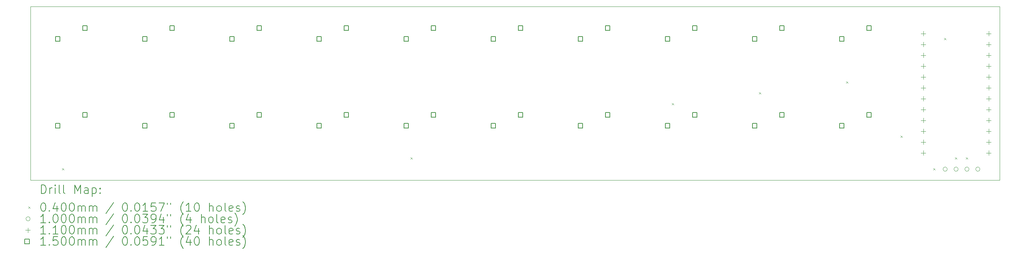
<source format=gbr>
%FSLAX45Y45*%
G04 Gerber Fmt 4.5, Leading zero omitted, Abs format (unit mm)*
G04 Created by KiCad (PCBNEW (6.0.5)) date 2022-05-21 19:41:09*
%MOMM*%
%LPD*%
G01*
G04 APERTURE LIST*
%TA.AperFunction,Profile*%
%ADD10C,0.100000*%
%TD*%
%ADD11C,0.200000*%
%ADD12C,0.040000*%
%ADD13C,0.100000*%
%ADD14C,0.110000*%
%ADD15C,0.150000*%
G04 APERTURE END LIST*
D10*
X2540000Y-3048000D02*
X25146000Y-3048000D01*
X2540000Y-7112000D02*
X2540000Y-3048000D01*
X25146000Y-7112000D02*
X2540000Y-7112000D01*
X25146000Y-3048000D02*
X25146000Y-7112000D01*
D11*
D12*
X3282000Y-6838000D02*
X3322000Y-6878000D01*
X3322000Y-6838000D02*
X3282000Y-6878000D01*
X11410000Y-6584000D02*
X11450000Y-6624000D01*
X11450000Y-6584000D02*
X11410000Y-6624000D01*
X17506000Y-5314000D02*
X17546000Y-5354000D01*
X17546000Y-5314000D02*
X17506000Y-5354000D01*
X19538000Y-5060000D02*
X19578000Y-5100000D01*
X19578000Y-5060000D02*
X19538000Y-5100000D01*
X21570000Y-4806000D02*
X21610000Y-4846000D01*
X21610000Y-4806000D02*
X21570000Y-4846000D01*
X22840000Y-6076000D02*
X22880000Y-6116000D01*
X22880000Y-6076000D02*
X22840000Y-6116000D01*
X23602000Y-6838000D02*
X23642000Y-6878000D01*
X23642000Y-6838000D02*
X23602000Y-6878000D01*
X23856000Y-3790000D02*
X23896000Y-3830000D01*
X23896000Y-3790000D02*
X23856000Y-3830000D01*
X24110000Y-6584000D02*
X24150000Y-6624000D01*
X24150000Y-6584000D02*
X24110000Y-6624000D01*
X24364000Y-6584000D02*
X24404000Y-6624000D01*
X24404000Y-6584000D02*
X24364000Y-6624000D01*
D13*
X23926000Y-6858000D02*
G75*
G03*
X23926000Y-6858000I-50000J0D01*
G01*
X24180000Y-6858000D02*
G75*
G03*
X24180000Y-6858000I-50000J0D01*
G01*
X24434000Y-6858000D02*
G75*
G03*
X24434000Y-6858000I-50000J0D01*
G01*
X24688000Y-6858000D02*
G75*
G03*
X24688000Y-6858000I-50000J0D01*
G01*
D14*
X23368000Y-3628000D02*
X23368000Y-3738000D01*
X23313000Y-3683000D02*
X23423000Y-3683000D01*
X23368000Y-3882000D02*
X23368000Y-3992000D01*
X23313000Y-3937000D02*
X23423000Y-3937000D01*
X23368000Y-4136000D02*
X23368000Y-4246000D01*
X23313000Y-4191000D02*
X23423000Y-4191000D01*
X23368000Y-4390000D02*
X23368000Y-4500000D01*
X23313000Y-4445000D02*
X23423000Y-4445000D01*
X23368000Y-4644000D02*
X23368000Y-4754000D01*
X23313000Y-4699000D02*
X23423000Y-4699000D01*
X23368000Y-4898000D02*
X23368000Y-5008000D01*
X23313000Y-4953000D02*
X23423000Y-4953000D01*
X23368000Y-5152000D02*
X23368000Y-5262000D01*
X23313000Y-5207000D02*
X23423000Y-5207000D01*
X23368000Y-5406000D02*
X23368000Y-5516000D01*
X23313000Y-5461000D02*
X23423000Y-5461000D01*
X23368000Y-5660000D02*
X23368000Y-5770000D01*
X23313000Y-5715000D02*
X23423000Y-5715000D01*
X23368000Y-5914000D02*
X23368000Y-6024000D01*
X23313000Y-5969000D02*
X23423000Y-5969000D01*
X23368000Y-6168000D02*
X23368000Y-6278000D01*
X23313000Y-6223000D02*
X23423000Y-6223000D01*
X23368000Y-6422000D02*
X23368000Y-6532000D01*
X23313000Y-6477000D02*
X23423000Y-6477000D01*
X24892000Y-3628000D02*
X24892000Y-3738000D01*
X24837000Y-3683000D02*
X24947000Y-3683000D01*
X24892000Y-3882000D02*
X24892000Y-3992000D01*
X24837000Y-3937000D02*
X24947000Y-3937000D01*
X24892000Y-4136000D02*
X24892000Y-4246000D01*
X24837000Y-4191000D02*
X24947000Y-4191000D01*
X24892000Y-4390000D02*
X24892000Y-4500000D01*
X24837000Y-4445000D02*
X24947000Y-4445000D01*
X24892000Y-4644000D02*
X24892000Y-4754000D01*
X24837000Y-4699000D02*
X24947000Y-4699000D01*
X24892000Y-4898000D02*
X24892000Y-5008000D01*
X24837000Y-4953000D02*
X24947000Y-4953000D01*
X24892000Y-5152000D02*
X24892000Y-5262000D01*
X24837000Y-5207000D02*
X24947000Y-5207000D01*
X24892000Y-5406000D02*
X24892000Y-5516000D01*
X24837000Y-5461000D02*
X24947000Y-5461000D01*
X24892000Y-5660000D02*
X24892000Y-5770000D01*
X24837000Y-5715000D02*
X24947000Y-5715000D01*
X24892000Y-5914000D02*
X24892000Y-6024000D01*
X24837000Y-5969000D02*
X24947000Y-5969000D01*
X24892000Y-6168000D02*
X24892000Y-6278000D01*
X24837000Y-6223000D02*
X24947000Y-6223000D01*
X24892000Y-6422000D02*
X24892000Y-6532000D01*
X24837000Y-6477000D02*
X24947000Y-6477000D01*
D15*
X3228033Y-3863033D02*
X3228033Y-3756966D01*
X3121966Y-3756966D01*
X3121966Y-3863033D01*
X3228033Y-3863033D01*
X3228033Y-5895033D02*
X3228033Y-5788966D01*
X3121966Y-5788966D01*
X3121966Y-5895033D01*
X3228033Y-5895033D01*
X3863033Y-3609033D02*
X3863033Y-3502966D01*
X3756966Y-3502966D01*
X3756966Y-3609033D01*
X3863033Y-3609033D01*
X3863033Y-5641033D02*
X3863033Y-5534967D01*
X3756966Y-5534967D01*
X3756966Y-5641033D01*
X3863033Y-5641033D01*
X5260034Y-3863033D02*
X5260034Y-3756966D01*
X5153967Y-3756966D01*
X5153967Y-3863033D01*
X5260034Y-3863033D01*
X5260034Y-5895033D02*
X5260034Y-5788966D01*
X5153967Y-5788966D01*
X5153967Y-5895033D01*
X5260034Y-5895033D01*
X5895033Y-3609033D02*
X5895033Y-3502966D01*
X5788966Y-3502966D01*
X5788966Y-3609033D01*
X5895033Y-3609033D01*
X5895033Y-5641033D02*
X5895033Y-5534967D01*
X5788966Y-5534967D01*
X5788966Y-5641033D01*
X5895033Y-5641033D01*
X7292033Y-3863033D02*
X7292033Y-3756966D01*
X7185966Y-3756966D01*
X7185966Y-3863033D01*
X7292033Y-3863033D01*
X7292033Y-5895033D02*
X7292033Y-5788966D01*
X7185966Y-5788966D01*
X7185966Y-5895033D01*
X7292033Y-5895033D01*
X7927033Y-3609033D02*
X7927033Y-3502966D01*
X7820966Y-3502966D01*
X7820966Y-3609033D01*
X7927033Y-3609033D01*
X7927033Y-5641033D02*
X7927033Y-5534967D01*
X7820966Y-5534967D01*
X7820966Y-5641033D01*
X7927033Y-5641033D01*
X9324034Y-3863033D02*
X9324034Y-3756966D01*
X9217967Y-3756966D01*
X9217967Y-3863033D01*
X9324034Y-3863033D01*
X9324034Y-5895033D02*
X9324034Y-5788966D01*
X9217967Y-5788966D01*
X9217967Y-5895033D01*
X9324034Y-5895033D01*
X9959034Y-3609033D02*
X9959034Y-3502966D01*
X9852967Y-3502966D01*
X9852967Y-3609033D01*
X9959034Y-3609033D01*
X9959034Y-5641033D02*
X9959034Y-5534967D01*
X9852967Y-5534967D01*
X9852967Y-5641033D01*
X9959034Y-5641033D01*
X11356033Y-3863033D02*
X11356033Y-3756966D01*
X11249966Y-3756966D01*
X11249966Y-3863033D01*
X11356033Y-3863033D01*
X11356033Y-5895033D02*
X11356033Y-5788966D01*
X11249966Y-5788966D01*
X11249966Y-5895033D01*
X11356033Y-5895033D01*
X11991033Y-3609033D02*
X11991033Y-3502966D01*
X11884966Y-3502966D01*
X11884966Y-3609033D01*
X11991033Y-3609033D01*
X11991033Y-5641033D02*
X11991033Y-5534967D01*
X11884966Y-5534967D01*
X11884966Y-5641033D01*
X11991033Y-5641033D01*
X13388033Y-3863033D02*
X13388033Y-3756966D01*
X13281966Y-3756966D01*
X13281966Y-3863033D01*
X13388033Y-3863033D01*
X13388033Y-5895033D02*
X13388033Y-5788966D01*
X13281966Y-5788966D01*
X13281966Y-5895033D01*
X13388033Y-5895033D01*
X14023033Y-3609033D02*
X14023033Y-3502966D01*
X13916966Y-3502966D01*
X13916966Y-3609033D01*
X14023033Y-3609033D01*
X14023033Y-5641033D02*
X14023033Y-5534967D01*
X13916966Y-5534967D01*
X13916966Y-5641033D01*
X14023033Y-5641033D01*
X15420033Y-3863033D02*
X15420033Y-3756966D01*
X15313966Y-3756966D01*
X15313966Y-3863033D01*
X15420033Y-3863033D01*
X15420033Y-5895033D02*
X15420033Y-5788966D01*
X15313966Y-5788966D01*
X15313966Y-5895033D01*
X15420033Y-5895033D01*
X16055033Y-3609033D02*
X16055033Y-3502966D01*
X15948966Y-3502966D01*
X15948966Y-3609033D01*
X16055033Y-3609033D01*
X16055033Y-5641033D02*
X16055033Y-5534967D01*
X15948966Y-5534967D01*
X15948966Y-5641033D01*
X16055033Y-5641033D01*
X17452034Y-3863033D02*
X17452034Y-3756966D01*
X17345967Y-3756966D01*
X17345967Y-3863033D01*
X17452034Y-3863033D01*
X17452034Y-5895033D02*
X17452034Y-5788966D01*
X17345967Y-5788966D01*
X17345967Y-5895033D01*
X17452034Y-5895033D01*
X18087034Y-3609033D02*
X18087034Y-3502966D01*
X17980967Y-3502966D01*
X17980967Y-3609033D01*
X18087034Y-3609033D01*
X18087034Y-5641033D02*
X18087034Y-5534967D01*
X17980967Y-5534967D01*
X17980967Y-5641033D01*
X18087034Y-5641033D01*
X19484034Y-3863033D02*
X19484034Y-3756966D01*
X19377967Y-3756966D01*
X19377967Y-3863033D01*
X19484034Y-3863033D01*
X19484034Y-5895033D02*
X19484034Y-5788966D01*
X19377967Y-5788966D01*
X19377967Y-5895033D01*
X19484034Y-5895033D01*
X20119034Y-3609033D02*
X20119034Y-3502966D01*
X20012967Y-3502966D01*
X20012967Y-3609033D01*
X20119034Y-3609033D01*
X20119034Y-5641033D02*
X20119034Y-5534967D01*
X20012967Y-5534967D01*
X20012967Y-5641033D01*
X20119034Y-5641033D01*
X21516034Y-3863033D02*
X21516034Y-3756966D01*
X21409967Y-3756966D01*
X21409967Y-3863033D01*
X21516034Y-3863033D01*
X21516034Y-5895033D02*
X21516034Y-5788966D01*
X21409967Y-5788966D01*
X21409967Y-5895033D01*
X21516034Y-5895033D01*
X22151034Y-3609033D02*
X22151034Y-3502966D01*
X22044967Y-3502966D01*
X22044967Y-3609033D01*
X22151034Y-3609033D01*
X22151034Y-5641033D02*
X22151034Y-5534967D01*
X22044967Y-5534967D01*
X22044967Y-5641033D01*
X22151034Y-5641033D01*
D11*
X2792619Y-7427476D02*
X2792619Y-7227476D01*
X2840238Y-7227476D01*
X2868809Y-7237000D01*
X2887857Y-7256048D01*
X2897381Y-7275095D01*
X2906905Y-7313190D01*
X2906905Y-7341762D01*
X2897381Y-7379857D01*
X2887857Y-7398905D01*
X2868809Y-7417952D01*
X2840238Y-7427476D01*
X2792619Y-7427476D01*
X2992619Y-7427476D02*
X2992619Y-7294143D01*
X2992619Y-7332238D02*
X3002143Y-7313190D01*
X3011667Y-7303667D01*
X3030714Y-7294143D01*
X3049762Y-7294143D01*
X3116428Y-7427476D02*
X3116428Y-7294143D01*
X3116428Y-7227476D02*
X3106905Y-7237000D01*
X3116428Y-7246524D01*
X3125952Y-7237000D01*
X3116428Y-7227476D01*
X3116428Y-7246524D01*
X3240238Y-7427476D02*
X3221190Y-7417952D01*
X3211667Y-7398905D01*
X3211667Y-7227476D01*
X3345000Y-7427476D02*
X3325952Y-7417952D01*
X3316428Y-7398905D01*
X3316428Y-7227476D01*
X3573571Y-7427476D02*
X3573571Y-7227476D01*
X3640238Y-7370333D01*
X3706905Y-7227476D01*
X3706905Y-7427476D01*
X3887857Y-7427476D02*
X3887857Y-7322714D01*
X3878333Y-7303667D01*
X3859286Y-7294143D01*
X3821190Y-7294143D01*
X3802143Y-7303667D01*
X3887857Y-7417952D02*
X3868809Y-7427476D01*
X3821190Y-7427476D01*
X3802143Y-7417952D01*
X3792619Y-7398905D01*
X3792619Y-7379857D01*
X3802143Y-7360809D01*
X3821190Y-7351286D01*
X3868809Y-7351286D01*
X3887857Y-7341762D01*
X3983095Y-7294143D02*
X3983095Y-7494143D01*
X3983095Y-7303667D02*
X4002143Y-7294143D01*
X4040238Y-7294143D01*
X4059286Y-7303667D01*
X4068809Y-7313190D01*
X4078333Y-7332238D01*
X4078333Y-7389381D01*
X4068809Y-7408428D01*
X4059286Y-7417952D01*
X4040238Y-7427476D01*
X4002143Y-7427476D01*
X3983095Y-7417952D01*
X4164048Y-7408428D02*
X4173571Y-7417952D01*
X4164048Y-7427476D01*
X4154524Y-7417952D01*
X4164048Y-7408428D01*
X4164048Y-7427476D01*
X4164048Y-7303667D02*
X4173571Y-7313190D01*
X4164048Y-7322714D01*
X4154524Y-7313190D01*
X4164048Y-7303667D01*
X4164048Y-7322714D01*
D12*
X2495000Y-7737000D02*
X2535000Y-7777000D01*
X2535000Y-7737000D02*
X2495000Y-7777000D01*
D11*
X2830714Y-7647476D02*
X2849762Y-7647476D01*
X2868809Y-7657000D01*
X2878333Y-7666524D01*
X2887857Y-7685571D01*
X2897381Y-7723667D01*
X2897381Y-7771286D01*
X2887857Y-7809381D01*
X2878333Y-7828428D01*
X2868809Y-7837952D01*
X2849762Y-7847476D01*
X2830714Y-7847476D01*
X2811667Y-7837952D01*
X2802143Y-7828428D01*
X2792619Y-7809381D01*
X2783095Y-7771286D01*
X2783095Y-7723667D01*
X2792619Y-7685571D01*
X2802143Y-7666524D01*
X2811667Y-7657000D01*
X2830714Y-7647476D01*
X2983095Y-7828428D02*
X2992619Y-7837952D01*
X2983095Y-7847476D01*
X2973571Y-7837952D01*
X2983095Y-7828428D01*
X2983095Y-7847476D01*
X3164048Y-7714143D02*
X3164048Y-7847476D01*
X3116428Y-7637952D02*
X3068809Y-7780809D01*
X3192619Y-7780809D01*
X3306905Y-7647476D02*
X3325952Y-7647476D01*
X3345000Y-7657000D01*
X3354524Y-7666524D01*
X3364048Y-7685571D01*
X3373571Y-7723667D01*
X3373571Y-7771286D01*
X3364048Y-7809381D01*
X3354524Y-7828428D01*
X3345000Y-7837952D01*
X3325952Y-7847476D01*
X3306905Y-7847476D01*
X3287857Y-7837952D01*
X3278333Y-7828428D01*
X3268809Y-7809381D01*
X3259286Y-7771286D01*
X3259286Y-7723667D01*
X3268809Y-7685571D01*
X3278333Y-7666524D01*
X3287857Y-7657000D01*
X3306905Y-7647476D01*
X3497381Y-7647476D02*
X3516428Y-7647476D01*
X3535476Y-7657000D01*
X3545000Y-7666524D01*
X3554524Y-7685571D01*
X3564048Y-7723667D01*
X3564048Y-7771286D01*
X3554524Y-7809381D01*
X3545000Y-7828428D01*
X3535476Y-7837952D01*
X3516428Y-7847476D01*
X3497381Y-7847476D01*
X3478333Y-7837952D01*
X3468809Y-7828428D01*
X3459286Y-7809381D01*
X3449762Y-7771286D01*
X3449762Y-7723667D01*
X3459286Y-7685571D01*
X3468809Y-7666524D01*
X3478333Y-7657000D01*
X3497381Y-7647476D01*
X3649762Y-7847476D02*
X3649762Y-7714143D01*
X3649762Y-7733190D02*
X3659286Y-7723667D01*
X3678333Y-7714143D01*
X3706905Y-7714143D01*
X3725952Y-7723667D01*
X3735476Y-7742714D01*
X3735476Y-7847476D01*
X3735476Y-7742714D02*
X3745000Y-7723667D01*
X3764048Y-7714143D01*
X3792619Y-7714143D01*
X3811667Y-7723667D01*
X3821190Y-7742714D01*
X3821190Y-7847476D01*
X3916428Y-7847476D02*
X3916428Y-7714143D01*
X3916428Y-7733190D02*
X3925952Y-7723667D01*
X3945000Y-7714143D01*
X3973571Y-7714143D01*
X3992619Y-7723667D01*
X4002143Y-7742714D01*
X4002143Y-7847476D01*
X4002143Y-7742714D02*
X4011667Y-7723667D01*
X4030714Y-7714143D01*
X4059286Y-7714143D01*
X4078333Y-7723667D01*
X4087857Y-7742714D01*
X4087857Y-7847476D01*
X4478333Y-7637952D02*
X4306905Y-7895095D01*
X4735476Y-7647476D02*
X4754524Y-7647476D01*
X4773571Y-7657000D01*
X4783095Y-7666524D01*
X4792619Y-7685571D01*
X4802143Y-7723667D01*
X4802143Y-7771286D01*
X4792619Y-7809381D01*
X4783095Y-7828428D01*
X4773571Y-7837952D01*
X4754524Y-7847476D01*
X4735476Y-7847476D01*
X4716429Y-7837952D01*
X4706905Y-7828428D01*
X4697381Y-7809381D01*
X4687857Y-7771286D01*
X4687857Y-7723667D01*
X4697381Y-7685571D01*
X4706905Y-7666524D01*
X4716429Y-7657000D01*
X4735476Y-7647476D01*
X4887857Y-7828428D02*
X4897381Y-7837952D01*
X4887857Y-7847476D01*
X4878333Y-7837952D01*
X4887857Y-7828428D01*
X4887857Y-7847476D01*
X5021190Y-7647476D02*
X5040238Y-7647476D01*
X5059286Y-7657000D01*
X5068810Y-7666524D01*
X5078333Y-7685571D01*
X5087857Y-7723667D01*
X5087857Y-7771286D01*
X5078333Y-7809381D01*
X5068810Y-7828428D01*
X5059286Y-7837952D01*
X5040238Y-7847476D01*
X5021190Y-7847476D01*
X5002143Y-7837952D01*
X4992619Y-7828428D01*
X4983095Y-7809381D01*
X4973571Y-7771286D01*
X4973571Y-7723667D01*
X4983095Y-7685571D01*
X4992619Y-7666524D01*
X5002143Y-7657000D01*
X5021190Y-7647476D01*
X5278333Y-7847476D02*
X5164048Y-7847476D01*
X5221190Y-7847476D02*
X5221190Y-7647476D01*
X5202143Y-7676048D01*
X5183095Y-7695095D01*
X5164048Y-7704619D01*
X5459286Y-7647476D02*
X5364048Y-7647476D01*
X5354524Y-7742714D01*
X5364048Y-7733190D01*
X5383095Y-7723667D01*
X5430714Y-7723667D01*
X5449762Y-7733190D01*
X5459286Y-7742714D01*
X5468810Y-7761762D01*
X5468810Y-7809381D01*
X5459286Y-7828428D01*
X5449762Y-7837952D01*
X5430714Y-7847476D01*
X5383095Y-7847476D01*
X5364048Y-7837952D01*
X5354524Y-7828428D01*
X5535476Y-7647476D02*
X5668809Y-7647476D01*
X5583095Y-7847476D01*
X5735476Y-7647476D02*
X5735476Y-7685571D01*
X5811667Y-7647476D02*
X5811667Y-7685571D01*
X6106905Y-7923667D02*
X6097381Y-7914143D01*
X6078333Y-7885571D01*
X6068809Y-7866524D01*
X6059286Y-7837952D01*
X6049762Y-7790333D01*
X6049762Y-7752238D01*
X6059286Y-7704619D01*
X6068809Y-7676048D01*
X6078333Y-7657000D01*
X6097381Y-7628428D01*
X6106905Y-7618905D01*
X6287857Y-7847476D02*
X6173571Y-7847476D01*
X6230714Y-7847476D02*
X6230714Y-7647476D01*
X6211667Y-7676048D01*
X6192619Y-7695095D01*
X6173571Y-7704619D01*
X6411667Y-7647476D02*
X6430714Y-7647476D01*
X6449762Y-7657000D01*
X6459286Y-7666524D01*
X6468809Y-7685571D01*
X6478333Y-7723667D01*
X6478333Y-7771286D01*
X6468809Y-7809381D01*
X6459286Y-7828428D01*
X6449762Y-7837952D01*
X6430714Y-7847476D01*
X6411667Y-7847476D01*
X6392619Y-7837952D01*
X6383095Y-7828428D01*
X6373571Y-7809381D01*
X6364048Y-7771286D01*
X6364048Y-7723667D01*
X6373571Y-7685571D01*
X6383095Y-7666524D01*
X6392619Y-7657000D01*
X6411667Y-7647476D01*
X6716428Y-7847476D02*
X6716428Y-7647476D01*
X6802143Y-7847476D02*
X6802143Y-7742714D01*
X6792619Y-7723667D01*
X6773571Y-7714143D01*
X6745000Y-7714143D01*
X6725952Y-7723667D01*
X6716428Y-7733190D01*
X6925952Y-7847476D02*
X6906905Y-7837952D01*
X6897381Y-7828428D01*
X6887857Y-7809381D01*
X6887857Y-7752238D01*
X6897381Y-7733190D01*
X6906905Y-7723667D01*
X6925952Y-7714143D01*
X6954524Y-7714143D01*
X6973571Y-7723667D01*
X6983095Y-7733190D01*
X6992619Y-7752238D01*
X6992619Y-7809381D01*
X6983095Y-7828428D01*
X6973571Y-7837952D01*
X6954524Y-7847476D01*
X6925952Y-7847476D01*
X7106905Y-7847476D02*
X7087857Y-7837952D01*
X7078333Y-7818905D01*
X7078333Y-7647476D01*
X7259286Y-7837952D02*
X7240238Y-7847476D01*
X7202143Y-7847476D01*
X7183095Y-7837952D01*
X7173571Y-7818905D01*
X7173571Y-7742714D01*
X7183095Y-7723667D01*
X7202143Y-7714143D01*
X7240238Y-7714143D01*
X7259286Y-7723667D01*
X7268809Y-7742714D01*
X7268809Y-7761762D01*
X7173571Y-7780809D01*
X7345000Y-7837952D02*
X7364048Y-7847476D01*
X7402143Y-7847476D01*
X7421190Y-7837952D01*
X7430714Y-7818905D01*
X7430714Y-7809381D01*
X7421190Y-7790333D01*
X7402143Y-7780809D01*
X7373571Y-7780809D01*
X7354524Y-7771286D01*
X7345000Y-7752238D01*
X7345000Y-7742714D01*
X7354524Y-7723667D01*
X7373571Y-7714143D01*
X7402143Y-7714143D01*
X7421190Y-7723667D01*
X7497381Y-7923667D02*
X7506905Y-7914143D01*
X7525952Y-7885571D01*
X7535476Y-7866524D01*
X7545000Y-7837952D01*
X7554524Y-7790333D01*
X7554524Y-7752238D01*
X7545000Y-7704619D01*
X7535476Y-7676048D01*
X7525952Y-7657000D01*
X7506905Y-7628428D01*
X7497381Y-7618905D01*
D13*
X2535000Y-8021000D02*
G75*
G03*
X2535000Y-8021000I-50000J0D01*
G01*
D11*
X2897381Y-8111476D02*
X2783095Y-8111476D01*
X2840238Y-8111476D02*
X2840238Y-7911476D01*
X2821190Y-7940048D01*
X2802143Y-7959095D01*
X2783095Y-7968619D01*
X2983095Y-8092428D02*
X2992619Y-8101952D01*
X2983095Y-8111476D01*
X2973571Y-8101952D01*
X2983095Y-8092428D01*
X2983095Y-8111476D01*
X3116428Y-7911476D02*
X3135476Y-7911476D01*
X3154524Y-7921000D01*
X3164048Y-7930524D01*
X3173571Y-7949571D01*
X3183095Y-7987667D01*
X3183095Y-8035286D01*
X3173571Y-8073381D01*
X3164048Y-8092428D01*
X3154524Y-8101952D01*
X3135476Y-8111476D01*
X3116428Y-8111476D01*
X3097381Y-8101952D01*
X3087857Y-8092428D01*
X3078333Y-8073381D01*
X3068809Y-8035286D01*
X3068809Y-7987667D01*
X3078333Y-7949571D01*
X3087857Y-7930524D01*
X3097381Y-7921000D01*
X3116428Y-7911476D01*
X3306905Y-7911476D02*
X3325952Y-7911476D01*
X3345000Y-7921000D01*
X3354524Y-7930524D01*
X3364048Y-7949571D01*
X3373571Y-7987667D01*
X3373571Y-8035286D01*
X3364048Y-8073381D01*
X3354524Y-8092428D01*
X3345000Y-8101952D01*
X3325952Y-8111476D01*
X3306905Y-8111476D01*
X3287857Y-8101952D01*
X3278333Y-8092428D01*
X3268809Y-8073381D01*
X3259286Y-8035286D01*
X3259286Y-7987667D01*
X3268809Y-7949571D01*
X3278333Y-7930524D01*
X3287857Y-7921000D01*
X3306905Y-7911476D01*
X3497381Y-7911476D02*
X3516428Y-7911476D01*
X3535476Y-7921000D01*
X3545000Y-7930524D01*
X3554524Y-7949571D01*
X3564048Y-7987667D01*
X3564048Y-8035286D01*
X3554524Y-8073381D01*
X3545000Y-8092428D01*
X3535476Y-8101952D01*
X3516428Y-8111476D01*
X3497381Y-8111476D01*
X3478333Y-8101952D01*
X3468809Y-8092428D01*
X3459286Y-8073381D01*
X3449762Y-8035286D01*
X3449762Y-7987667D01*
X3459286Y-7949571D01*
X3468809Y-7930524D01*
X3478333Y-7921000D01*
X3497381Y-7911476D01*
X3649762Y-8111476D02*
X3649762Y-7978143D01*
X3649762Y-7997190D02*
X3659286Y-7987667D01*
X3678333Y-7978143D01*
X3706905Y-7978143D01*
X3725952Y-7987667D01*
X3735476Y-8006714D01*
X3735476Y-8111476D01*
X3735476Y-8006714D02*
X3745000Y-7987667D01*
X3764048Y-7978143D01*
X3792619Y-7978143D01*
X3811667Y-7987667D01*
X3821190Y-8006714D01*
X3821190Y-8111476D01*
X3916428Y-8111476D02*
X3916428Y-7978143D01*
X3916428Y-7997190D02*
X3925952Y-7987667D01*
X3945000Y-7978143D01*
X3973571Y-7978143D01*
X3992619Y-7987667D01*
X4002143Y-8006714D01*
X4002143Y-8111476D01*
X4002143Y-8006714D02*
X4011667Y-7987667D01*
X4030714Y-7978143D01*
X4059286Y-7978143D01*
X4078333Y-7987667D01*
X4087857Y-8006714D01*
X4087857Y-8111476D01*
X4478333Y-7901952D02*
X4306905Y-8159095D01*
X4735476Y-7911476D02*
X4754524Y-7911476D01*
X4773571Y-7921000D01*
X4783095Y-7930524D01*
X4792619Y-7949571D01*
X4802143Y-7987667D01*
X4802143Y-8035286D01*
X4792619Y-8073381D01*
X4783095Y-8092428D01*
X4773571Y-8101952D01*
X4754524Y-8111476D01*
X4735476Y-8111476D01*
X4716429Y-8101952D01*
X4706905Y-8092428D01*
X4697381Y-8073381D01*
X4687857Y-8035286D01*
X4687857Y-7987667D01*
X4697381Y-7949571D01*
X4706905Y-7930524D01*
X4716429Y-7921000D01*
X4735476Y-7911476D01*
X4887857Y-8092428D02*
X4897381Y-8101952D01*
X4887857Y-8111476D01*
X4878333Y-8101952D01*
X4887857Y-8092428D01*
X4887857Y-8111476D01*
X5021190Y-7911476D02*
X5040238Y-7911476D01*
X5059286Y-7921000D01*
X5068810Y-7930524D01*
X5078333Y-7949571D01*
X5087857Y-7987667D01*
X5087857Y-8035286D01*
X5078333Y-8073381D01*
X5068810Y-8092428D01*
X5059286Y-8101952D01*
X5040238Y-8111476D01*
X5021190Y-8111476D01*
X5002143Y-8101952D01*
X4992619Y-8092428D01*
X4983095Y-8073381D01*
X4973571Y-8035286D01*
X4973571Y-7987667D01*
X4983095Y-7949571D01*
X4992619Y-7930524D01*
X5002143Y-7921000D01*
X5021190Y-7911476D01*
X5154524Y-7911476D02*
X5278333Y-7911476D01*
X5211667Y-7987667D01*
X5240238Y-7987667D01*
X5259286Y-7997190D01*
X5268810Y-8006714D01*
X5278333Y-8025762D01*
X5278333Y-8073381D01*
X5268810Y-8092428D01*
X5259286Y-8101952D01*
X5240238Y-8111476D01*
X5183095Y-8111476D01*
X5164048Y-8101952D01*
X5154524Y-8092428D01*
X5373571Y-8111476D02*
X5411667Y-8111476D01*
X5430714Y-8101952D01*
X5440238Y-8092428D01*
X5459286Y-8063857D01*
X5468810Y-8025762D01*
X5468810Y-7949571D01*
X5459286Y-7930524D01*
X5449762Y-7921000D01*
X5430714Y-7911476D01*
X5392619Y-7911476D01*
X5373571Y-7921000D01*
X5364048Y-7930524D01*
X5354524Y-7949571D01*
X5354524Y-7997190D01*
X5364048Y-8016238D01*
X5373571Y-8025762D01*
X5392619Y-8035286D01*
X5430714Y-8035286D01*
X5449762Y-8025762D01*
X5459286Y-8016238D01*
X5468810Y-7997190D01*
X5640238Y-7978143D02*
X5640238Y-8111476D01*
X5592619Y-7901952D02*
X5545000Y-8044809D01*
X5668809Y-8044809D01*
X5735476Y-7911476D02*
X5735476Y-7949571D01*
X5811667Y-7911476D02*
X5811667Y-7949571D01*
X6106905Y-8187667D02*
X6097381Y-8178143D01*
X6078333Y-8149571D01*
X6068809Y-8130524D01*
X6059286Y-8101952D01*
X6049762Y-8054333D01*
X6049762Y-8016238D01*
X6059286Y-7968619D01*
X6068809Y-7940048D01*
X6078333Y-7921000D01*
X6097381Y-7892428D01*
X6106905Y-7882905D01*
X6268809Y-7978143D02*
X6268809Y-8111476D01*
X6221190Y-7901952D02*
X6173571Y-8044809D01*
X6297381Y-8044809D01*
X6525952Y-8111476D02*
X6525952Y-7911476D01*
X6611667Y-8111476D02*
X6611667Y-8006714D01*
X6602143Y-7987667D01*
X6583095Y-7978143D01*
X6554524Y-7978143D01*
X6535476Y-7987667D01*
X6525952Y-7997190D01*
X6735476Y-8111476D02*
X6716428Y-8101952D01*
X6706905Y-8092428D01*
X6697381Y-8073381D01*
X6697381Y-8016238D01*
X6706905Y-7997190D01*
X6716428Y-7987667D01*
X6735476Y-7978143D01*
X6764048Y-7978143D01*
X6783095Y-7987667D01*
X6792619Y-7997190D01*
X6802143Y-8016238D01*
X6802143Y-8073381D01*
X6792619Y-8092428D01*
X6783095Y-8101952D01*
X6764048Y-8111476D01*
X6735476Y-8111476D01*
X6916428Y-8111476D02*
X6897381Y-8101952D01*
X6887857Y-8082905D01*
X6887857Y-7911476D01*
X7068809Y-8101952D02*
X7049762Y-8111476D01*
X7011667Y-8111476D01*
X6992619Y-8101952D01*
X6983095Y-8082905D01*
X6983095Y-8006714D01*
X6992619Y-7987667D01*
X7011667Y-7978143D01*
X7049762Y-7978143D01*
X7068809Y-7987667D01*
X7078333Y-8006714D01*
X7078333Y-8025762D01*
X6983095Y-8044809D01*
X7154524Y-8101952D02*
X7173571Y-8111476D01*
X7211667Y-8111476D01*
X7230714Y-8101952D01*
X7240238Y-8082905D01*
X7240238Y-8073381D01*
X7230714Y-8054333D01*
X7211667Y-8044809D01*
X7183095Y-8044809D01*
X7164048Y-8035286D01*
X7154524Y-8016238D01*
X7154524Y-8006714D01*
X7164048Y-7987667D01*
X7183095Y-7978143D01*
X7211667Y-7978143D01*
X7230714Y-7987667D01*
X7306905Y-8187667D02*
X7316428Y-8178143D01*
X7335476Y-8149571D01*
X7345000Y-8130524D01*
X7354524Y-8101952D01*
X7364048Y-8054333D01*
X7364048Y-8016238D01*
X7354524Y-7968619D01*
X7345000Y-7940048D01*
X7335476Y-7921000D01*
X7316428Y-7892428D01*
X7306905Y-7882905D01*
D14*
X2480000Y-8230000D02*
X2480000Y-8340000D01*
X2425000Y-8285000D02*
X2535000Y-8285000D01*
D11*
X2897381Y-8375476D02*
X2783095Y-8375476D01*
X2840238Y-8375476D02*
X2840238Y-8175476D01*
X2821190Y-8204048D01*
X2802143Y-8223095D01*
X2783095Y-8232619D01*
X2983095Y-8356428D02*
X2992619Y-8365952D01*
X2983095Y-8375476D01*
X2973571Y-8365952D01*
X2983095Y-8356428D01*
X2983095Y-8375476D01*
X3183095Y-8375476D02*
X3068809Y-8375476D01*
X3125952Y-8375476D02*
X3125952Y-8175476D01*
X3106905Y-8204048D01*
X3087857Y-8223095D01*
X3068809Y-8232619D01*
X3306905Y-8175476D02*
X3325952Y-8175476D01*
X3345000Y-8185000D01*
X3354524Y-8194524D01*
X3364048Y-8213571D01*
X3373571Y-8251667D01*
X3373571Y-8299286D01*
X3364048Y-8337381D01*
X3354524Y-8356428D01*
X3345000Y-8365952D01*
X3325952Y-8375476D01*
X3306905Y-8375476D01*
X3287857Y-8365952D01*
X3278333Y-8356428D01*
X3268809Y-8337381D01*
X3259286Y-8299286D01*
X3259286Y-8251667D01*
X3268809Y-8213571D01*
X3278333Y-8194524D01*
X3287857Y-8185000D01*
X3306905Y-8175476D01*
X3497381Y-8175476D02*
X3516428Y-8175476D01*
X3535476Y-8185000D01*
X3545000Y-8194524D01*
X3554524Y-8213571D01*
X3564048Y-8251667D01*
X3564048Y-8299286D01*
X3554524Y-8337381D01*
X3545000Y-8356428D01*
X3535476Y-8365952D01*
X3516428Y-8375476D01*
X3497381Y-8375476D01*
X3478333Y-8365952D01*
X3468809Y-8356428D01*
X3459286Y-8337381D01*
X3449762Y-8299286D01*
X3449762Y-8251667D01*
X3459286Y-8213571D01*
X3468809Y-8194524D01*
X3478333Y-8185000D01*
X3497381Y-8175476D01*
X3649762Y-8375476D02*
X3649762Y-8242143D01*
X3649762Y-8261190D02*
X3659286Y-8251667D01*
X3678333Y-8242143D01*
X3706905Y-8242143D01*
X3725952Y-8251667D01*
X3735476Y-8270714D01*
X3735476Y-8375476D01*
X3735476Y-8270714D02*
X3745000Y-8251667D01*
X3764048Y-8242143D01*
X3792619Y-8242143D01*
X3811667Y-8251667D01*
X3821190Y-8270714D01*
X3821190Y-8375476D01*
X3916428Y-8375476D02*
X3916428Y-8242143D01*
X3916428Y-8261190D02*
X3925952Y-8251667D01*
X3945000Y-8242143D01*
X3973571Y-8242143D01*
X3992619Y-8251667D01*
X4002143Y-8270714D01*
X4002143Y-8375476D01*
X4002143Y-8270714D02*
X4011667Y-8251667D01*
X4030714Y-8242143D01*
X4059286Y-8242143D01*
X4078333Y-8251667D01*
X4087857Y-8270714D01*
X4087857Y-8375476D01*
X4478333Y-8165952D02*
X4306905Y-8423095D01*
X4735476Y-8175476D02*
X4754524Y-8175476D01*
X4773571Y-8185000D01*
X4783095Y-8194524D01*
X4792619Y-8213571D01*
X4802143Y-8251667D01*
X4802143Y-8299286D01*
X4792619Y-8337381D01*
X4783095Y-8356428D01*
X4773571Y-8365952D01*
X4754524Y-8375476D01*
X4735476Y-8375476D01*
X4716429Y-8365952D01*
X4706905Y-8356428D01*
X4697381Y-8337381D01*
X4687857Y-8299286D01*
X4687857Y-8251667D01*
X4697381Y-8213571D01*
X4706905Y-8194524D01*
X4716429Y-8185000D01*
X4735476Y-8175476D01*
X4887857Y-8356428D02*
X4897381Y-8365952D01*
X4887857Y-8375476D01*
X4878333Y-8365952D01*
X4887857Y-8356428D01*
X4887857Y-8375476D01*
X5021190Y-8175476D02*
X5040238Y-8175476D01*
X5059286Y-8185000D01*
X5068810Y-8194524D01*
X5078333Y-8213571D01*
X5087857Y-8251667D01*
X5087857Y-8299286D01*
X5078333Y-8337381D01*
X5068810Y-8356428D01*
X5059286Y-8365952D01*
X5040238Y-8375476D01*
X5021190Y-8375476D01*
X5002143Y-8365952D01*
X4992619Y-8356428D01*
X4983095Y-8337381D01*
X4973571Y-8299286D01*
X4973571Y-8251667D01*
X4983095Y-8213571D01*
X4992619Y-8194524D01*
X5002143Y-8185000D01*
X5021190Y-8175476D01*
X5259286Y-8242143D02*
X5259286Y-8375476D01*
X5211667Y-8165952D02*
X5164048Y-8308809D01*
X5287857Y-8308809D01*
X5345000Y-8175476D02*
X5468810Y-8175476D01*
X5402143Y-8251667D01*
X5430714Y-8251667D01*
X5449762Y-8261190D01*
X5459286Y-8270714D01*
X5468810Y-8289762D01*
X5468810Y-8337381D01*
X5459286Y-8356428D01*
X5449762Y-8365952D01*
X5430714Y-8375476D01*
X5373571Y-8375476D01*
X5354524Y-8365952D01*
X5345000Y-8356428D01*
X5535476Y-8175476D02*
X5659286Y-8175476D01*
X5592619Y-8251667D01*
X5621190Y-8251667D01*
X5640238Y-8261190D01*
X5649762Y-8270714D01*
X5659286Y-8289762D01*
X5659286Y-8337381D01*
X5649762Y-8356428D01*
X5640238Y-8365952D01*
X5621190Y-8375476D01*
X5564048Y-8375476D01*
X5545000Y-8365952D01*
X5535476Y-8356428D01*
X5735476Y-8175476D02*
X5735476Y-8213571D01*
X5811667Y-8175476D02*
X5811667Y-8213571D01*
X6106905Y-8451667D02*
X6097381Y-8442143D01*
X6078333Y-8413571D01*
X6068809Y-8394524D01*
X6059286Y-8365952D01*
X6049762Y-8318333D01*
X6049762Y-8280238D01*
X6059286Y-8232619D01*
X6068809Y-8204048D01*
X6078333Y-8185000D01*
X6097381Y-8156428D01*
X6106905Y-8146905D01*
X6173571Y-8194524D02*
X6183095Y-8185000D01*
X6202143Y-8175476D01*
X6249762Y-8175476D01*
X6268809Y-8185000D01*
X6278333Y-8194524D01*
X6287857Y-8213571D01*
X6287857Y-8232619D01*
X6278333Y-8261190D01*
X6164048Y-8375476D01*
X6287857Y-8375476D01*
X6459286Y-8242143D02*
X6459286Y-8375476D01*
X6411667Y-8165952D02*
X6364048Y-8308809D01*
X6487857Y-8308809D01*
X6716428Y-8375476D02*
X6716428Y-8175476D01*
X6802143Y-8375476D02*
X6802143Y-8270714D01*
X6792619Y-8251667D01*
X6773571Y-8242143D01*
X6745000Y-8242143D01*
X6725952Y-8251667D01*
X6716428Y-8261190D01*
X6925952Y-8375476D02*
X6906905Y-8365952D01*
X6897381Y-8356428D01*
X6887857Y-8337381D01*
X6887857Y-8280238D01*
X6897381Y-8261190D01*
X6906905Y-8251667D01*
X6925952Y-8242143D01*
X6954524Y-8242143D01*
X6973571Y-8251667D01*
X6983095Y-8261190D01*
X6992619Y-8280238D01*
X6992619Y-8337381D01*
X6983095Y-8356428D01*
X6973571Y-8365952D01*
X6954524Y-8375476D01*
X6925952Y-8375476D01*
X7106905Y-8375476D02*
X7087857Y-8365952D01*
X7078333Y-8346905D01*
X7078333Y-8175476D01*
X7259286Y-8365952D02*
X7240238Y-8375476D01*
X7202143Y-8375476D01*
X7183095Y-8365952D01*
X7173571Y-8346905D01*
X7173571Y-8270714D01*
X7183095Y-8251667D01*
X7202143Y-8242143D01*
X7240238Y-8242143D01*
X7259286Y-8251667D01*
X7268809Y-8270714D01*
X7268809Y-8289762D01*
X7173571Y-8308809D01*
X7345000Y-8365952D02*
X7364048Y-8375476D01*
X7402143Y-8375476D01*
X7421190Y-8365952D01*
X7430714Y-8346905D01*
X7430714Y-8337381D01*
X7421190Y-8318333D01*
X7402143Y-8308809D01*
X7373571Y-8308809D01*
X7354524Y-8299286D01*
X7345000Y-8280238D01*
X7345000Y-8270714D01*
X7354524Y-8251667D01*
X7373571Y-8242143D01*
X7402143Y-8242143D01*
X7421190Y-8251667D01*
X7497381Y-8451667D02*
X7506905Y-8442143D01*
X7525952Y-8413571D01*
X7535476Y-8394524D01*
X7545000Y-8365952D01*
X7554524Y-8318333D01*
X7554524Y-8280238D01*
X7545000Y-8232619D01*
X7535476Y-8204048D01*
X7525952Y-8185000D01*
X7506905Y-8156428D01*
X7497381Y-8146905D01*
D15*
X2513034Y-8602034D02*
X2513034Y-8495967D01*
X2406967Y-8495967D01*
X2406967Y-8602034D01*
X2513034Y-8602034D01*
D11*
X2897381Y-8639476D02*
X2783095Y-8639476D01*
X2840238Y-8639476D02*
X2840238Y-8439476D01*
X2821190Y-8468048D01*
X2802143Y-8487095D01*
X2783095Y-8496619D01*
X2983095Y-8620429D02*
X2992619Y-8629952D01*
X2983095Y-8639476D01*
X2973571Y-8629952D01*
X2983095Y-8620429D01*
X2983095Y-8639476D01*
X3173571Y-8439476D02*
X3078333Y-8439476D01*
X3068809Y-8534714D01*
X3078333Y-8525190D01*
X3097381Y-8515667D01*
X3145000Y-8515667D01*
X3164048Y-8525190D01*
X3173571Y-8534714D01*
X3183095Y-8553762D01*
X3183095Y-8601381D01*
X3173571Y-8620429D01*
X3164048Y-8629952D01*
X3145000Y-8639476D01*
X3097381Y-8639476D01*
X3078333Y-8629952D01*
X3068809Y-8620429D01*
X3306905Y-8439476D02*
X3325952Y-8439476D01*
X3345000Y-8449000D01*
X3354524Y-8458524D01*
X3364048Y-8477571D01*
X3373571Y-8515667D01*
X3373571Y-8563286D01*
X3364048Y-8601381D01*
X3354524Y-8620429D01*
X3345000Y-8629952D01*
X3325952Y-8639476D01*
X3306905Y-8639476D01*
X3287857Y-8629952D01*
X3278333Y-8620429D01*
X3268809Y-8601381D01*
X3259286Y-8563286D01*
X3259286Y-8515667D01*
X3268809Y-8477571D01*
X3278333Y-8458524D01*
X3287857Y-8449000D01*
X3306905Y-8439476D01*
X3497381Y-8439476D02*
X3516428Y-8439476D01*
X3535476Y-8449000D01*
X3545000Y-8458524D01*
X3554524Y-8477571D01*
X3564048Y-8515667D01*
X3564048Y-8563286D01*
X3554524Y-8601381D01*
X3545000Y-8620429D01*
X3535476Y-8629952D01*
X3516428Y-8639476D01*
X3497381Y-8639476D01*
X3478333Y-8629952D01*
X3468809Y-8620429D01*
X3459286Y-8601381D01*
X3449762Y-8563286D01*
X3449762Y-8515667D01*
X3459286Y-8477571D01*
X3468809Y-8458524D01*
X3478333Y-8449000D01*
X3497381Y-8439476D01*
X3649762Y-8639476D02*
X3649762Y-8506143D01*
X3649762Y-8525190D02*
X3659286Y-8515667D01*
X3678333Y-8506143D01*
X3706905Y-8506143D01*
X3725952Y-8515667D01*
X3735476Y-8534714D01*
X3735476Y-8639476D01*
X3735476Y-8534714D02*
X3745000Y-8515667D01*
X3764048Y-8506143D01*
X3792619Y-8506143D01*
X3811667Y-8515667D01*
X3821190Y-8534714D01*
X3821190Y-8639476D01*
X3916428Y-8639476D02*
X3916428Y-8506143D01*
X3916428Y-8525190D02*
X3925952Y-8515667D01*
X3945000Y-8506143D01*
X3973571Y-8506143D01*
X3992619Y-8515667D01*
X4002143Y-8534714D01*
X4002143Y-8639476D01*
X4002143Y-8534714D02*
X4011667Y-8515667D01*
X4030714Y-8506143D01*
X4059286Y-8506143D01*
X4078333Y-8515667D01*
X4087857Y-8534714D01*
X4087857Y-8639476D01*
X4478333Y-8429952D02*
X4306905Y-8687095D01*
X4735476Y-8439476D02*
X4754524Y-8439476D01*
X4773571Y-8449000D01*
X4783095Y-8458524D01*
X4792619Y-8477571D01*
X4802143Y-8515667D01*
X4802143Y-8563286D01*
X4792619Y-8601381D01*
X4783095Y-8620429D01*
X4773571Y-8629952D01*
X4754524Y-8639476D01*
X4735476Y-8639476D01*
X4716429Y-8629952D01*
X4706905Y-8620429D01*
X4697381Y-8601381D01*
X4687857Y-8563286D01*
X4687857Y-8515667D01*
X4697381Y-8477571D01*
X4706905Y-8458524D01*
X4716429Y-8449000D01*
X4735476Y-8439476D01*
X4887857Y-8620429D02*
X4897381Y-8629952D01*
X4887857Y-8639476D01*
X4878333Y-8629952D01*
X4887857Y-8620429D01*
X4887857Y-8639476D01*
X5021190Y-8439476D02*
X5040238Y-8439476D01*
X5059286Y-8449000D01*
X5068810Y-8458524D01*
X5078333Y-8477571D01*
X5087857Y-8515667D01*
X5087857Y-8563286D01*
X5078333Y-8601381D01*
X5068810Y-8620429D01*
X5059286Y-8629952D01*
X5040238Y-8639476D01*
X5021190Y-8639476D01*
X5002143Y-8629952D01*
X4992619Y-8620429D01*
X4983095Y-8601381D01*
X4973571Y-8563286D01*
X4973571Y-8515667D01*
X4983095Y-8477571D01*
X4992619Y-8458524D01*
X5002143Y-8449000D01*
X5021190Y-8439476D01*
X5268810Y-8439476D02*
X5173571Y-8439476D01*
X5164048Y-8534714D01*
X5173571Y-8525190D01*
X5192619Y-8515667D01*
X5240238Y-8515667D01*
X5259286Y-8525190D01*
X5268810Y-8534714D01*
X5278333Y-8553762D01*
X5278333Y-8601381D01*
X5268810Y-8620429D01*
X5259286Y-8629952D01*
X5240238Y-8639476D01*
X5192619Y-8639476D01*
X5173571Y-8629952D01*
X5164048Y-8620429D01*
X5373571Y-8639476D02*
X5411667Y-8639476D01*
X5430714Y-8629952D01*
X5440238Y-8620429D01*
X5459286Y-8591857D01*
X5468810Y-8553762D01*
X5468810Y-8477571D01*
X5459286Y-8458524D01*
X5449762Y-8449000D01*
X5430714Y-8439476D01*
X5392619Y-8439476D01*
X5373571Y-8449000D01*
X5364048Y-8458524D01*
X5354524Y-8477571D01*
X5354524Y-8525190D01*
X5364048Y-8544238D01*
X5373571Y-8553762D01*
X5392619Y-8563286D01*
X5430714Y-8563286D01*
X5449762Y-8553762D01*
X5459286Y-8544238D01*
X5468810Y-8525190D01*
X5659286Y-8639476D02*
X5545000Y-8639476D01*
X5602143Y-8639476D02*
X5602143Y-8439476D01*
X5583095Y-8468048D01*
X5564048Y-8487095D01*
X5545000Y-8496619D01*
X5735476Y-8439476D02*
X5735476Y-8477571D01*
X5811667Y-8439476D02*
X5811667Y-8477571D01*
X6106905Y-8715667D02*
X6097381Y-8706143D01*
X6078333Y-8677571D01*
X6068809Y-8658524D01*
X6059286Y-8629952D01*
X6049762Y-8582333D01*
X6049762Y-8544238D01*
X6059286Y-8496619D01*
X6068809Y-8468048D01*
X6078333Y-8449000D01*
X6097381Y-8420429D01*
X6106905Y-8410905D01*
X6268809Y-8506143D02*
X6268809Y-8639476D01*
X6221190Y-8429952D02*
X6173571Y-8572810D01*
X6297381Y-8572810D01*
X6411667Y-8439476D02*
X6430714Y-8439476D01*
X6449762Y-8449000D01*
X6459286Y-8458524D01*
X6468809Y-8477571D01*
X6478333Y-8515667D01*
X6478333Y-8563286D01*
X6468809Y-8601381D01*
X6459286Y-8620429D01*
X6449762Y-8629952D01*
X6430714Y-8639476D01*
X6411667Y-8639476D01*
X6392619Y-8629952D01*
X6383095Y-8620429D01*
X6373571Y-8601381D01*
X6364048Y-8563286D01*
X6364048Y-8515667D01*
X6373571Y-8477571D01*
X6383095Y-8458524D01*
X6392619Y-8449000D01*
X6411667Y-8439476D01*
X6716428Y-8639476D02*
X6716428Y-8439476D01*
X6802143Y-8639476D02*
X6802143Y-8534714D01*
X6792619Y-8515667D01*
X6773571Y-8506143D01*
X6745000Y-8506143D01*
X6725952Y-8515667D01*
X6716428Y-8525190D01*
X6925952Y-8639476D02*
X6906905Y-8629952D01*
X6897381Y-8620429D01*
X6887857Y-8601381D01*
X6887857Y-8544238D01*
X6897381Y-8525190D01*
X6906905Y-8515667D01*
X6925952Y-8506143D01*
X6954524Y-8506143D01*
X6973571Y-8515667D01*
X6983095Y-8525190D01*
X6992619Y-8544238D01*
X6992619Y-8601381D01*
X6983095Y-8620429D01*
X6973571Y-8629952D01*
X6954524Y-8639476D01*
X6925952Y-8639476D01*
X7106905Y-8639476D02*
X7087857Y-8629952D01*
X7078333Y-8610905D01*
X7078333Y-8439476D01*
X7259286Y-8629952D02*
X7240238Y-8639476D01*
X7202143Y-8639476D01*
X7183095Y-8629952D01*
X7173571Y-8610905D01*
X7173571Y-8534714D01*
X7183095Y-8515667D01*
X7202143Y-8506143D01*
X7240238Y-8506143D01*
X7259286Y-8515667D01*
X7268809Y-8534714D01*
X7268809Y-8553762D01*
X7173571Y-8572810D01*
X7345000Y-8629952D02*
X7364048Y-8639476D01*
X7402143Y-8639476D01*
X7421190Y-8629952D01*
X7430714Y-8610905D01*
X7430714Y-8601381D01*
X7421190Y-8582333D01*
X7402143Y-8572810D01*
X7373571Y-8572810D01*
X7354524Y-8563286D01*
X7345000Y-8544238D01*
X7345000Y-8534714D01*
X7354524Y-8515667D01*
X7373571Y-8506143D01*
X7402143Y-8506143D01*
X7421190Y-8515667D01*
X7497381Y-8715667D02*
X7506905Y-8706143D01*
X7525952Y-8677571D01*
X7535476Y-8658524D01*
X7545000Y-8629952D01*
X7554524Y-8582333D01*
X7554524Y-8544238D01*
X7545000Y-8496619D01*
X7535476Y-8468048D01*
X7525952Y-8449000D01*
X7506905Y-8420429D01*
X7497381Y-8410905D01*
M02*

</source>
